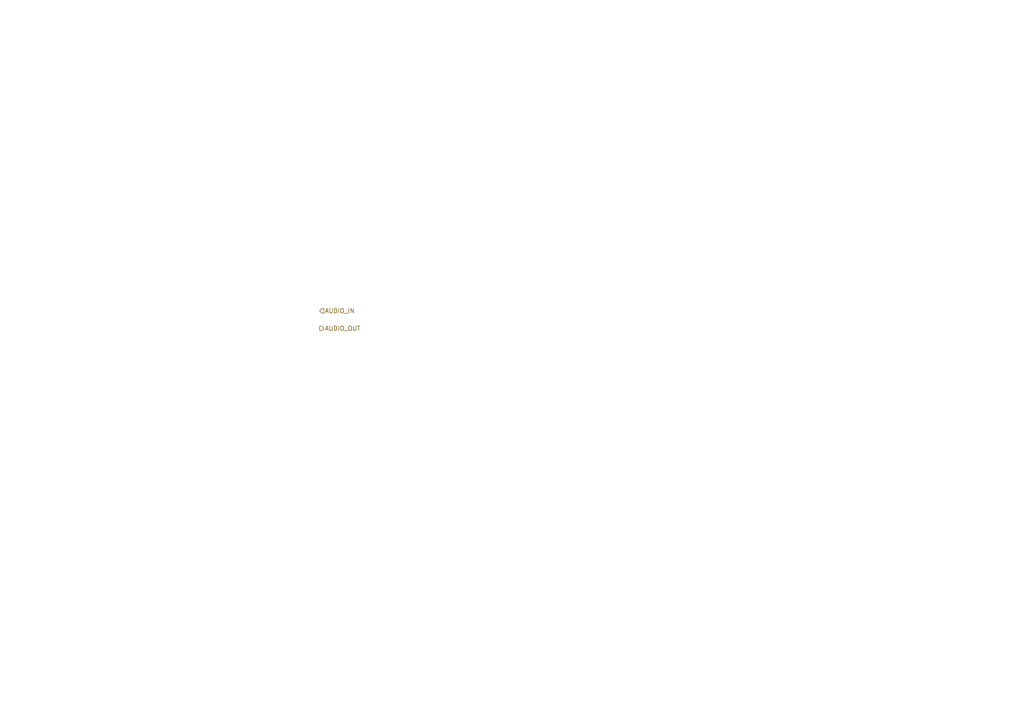
<source format=kicad_sch>
(kicad_sch
	(version 20231120)
	(generator "eeschema")
	(generator_version "8.0")
	(uuid "2e0d8a1e-5de7-4fa0-a453-b40a3238ace7")
	(paper "A4")
	(lib_symbols)
	(hierarchical_label "AUDIO_IN"
		(shape input)
		(at 92.71 90.17 0)
		(fields_autoplaced yes)
		(effects
			(font
				(size 1.27 1.27)
			)
			(justify left)
		)
		(uuid "29998884-a735-4996-9ace-86ac8960e39f")
	)
	(hierarchical_label "AUDIO_OUT"
		(shape output)
		(at 92.71 95.25 0)
		(fields_autoplaced yes)
		(effects
			(font
				(size 1.27 1.27)
			)
			(justify left)
		)
		(uuid "ab7b8d0a-0ac6-455c-b7d9-24c144c5d1b3")
	)
)
</source>
